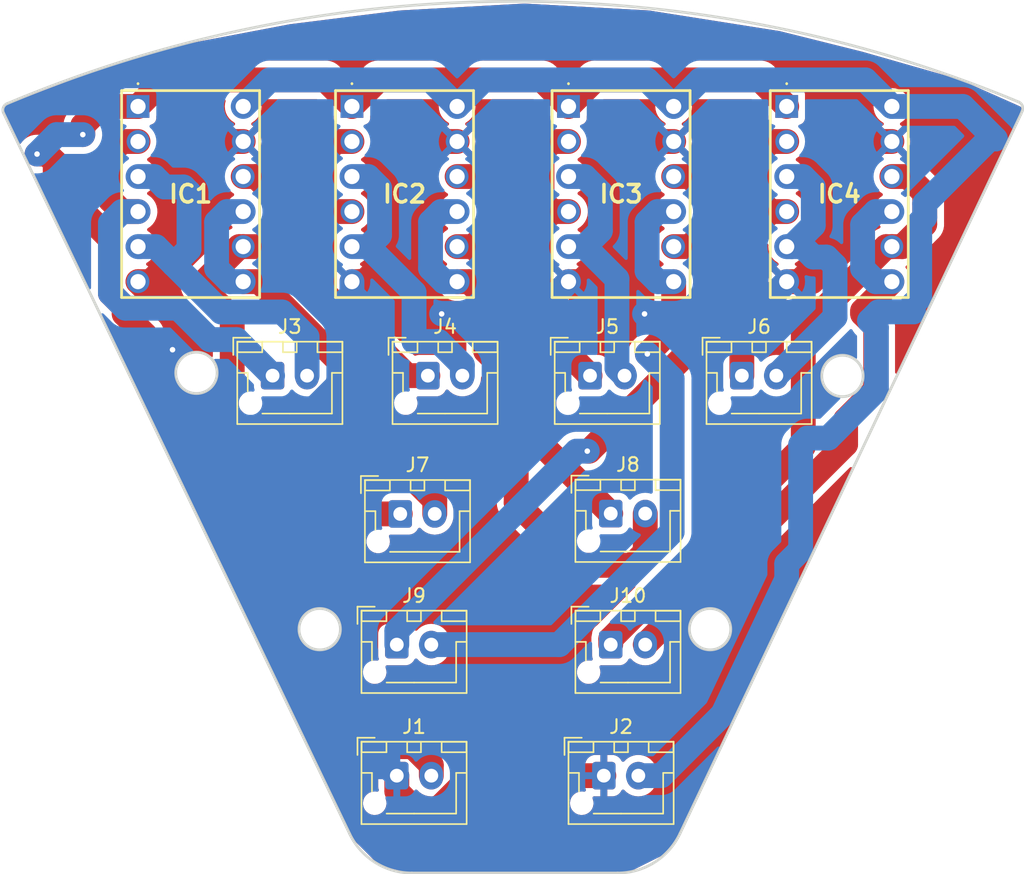
<source format=kicad_pcb>
(kicad_pcb (version 20221018) (generator pcbnew)
  (layers (0 "F.Cu" signal) (31 "B.Cu" signal) (34 "B.Paste" user) (35 "F.Paste" user) (36 "B.SilkS" user "B.Silkscreen") (37 "F.SilkS" user "F.Silkscreen") (38 "B.Mask" user) (39 "F.Mask" user) (44 "Edge.Cuts" user))
  (net 0 "")
  (net 1 "9V")
  (net 2 "M1_1")
  (net 3 "M1_2")
  (net 4 "GND")
  (net 5 "D3")
  (net 6 "D2")
  (net 7 "5V")
  (net 8 "M2_1")
  (net 9 "M2_2")
  (net 10 "D5")
  (net 11 "D4")
  (net 12 "M3_1")
  (net 13 "M3_2")
  (net 14 "D7")
  (net 15 "D6")
  (net 16 "M4_1")
  (net 17 "M4_2")
  (net 18 "D9")
  (net 19 "D8")
  (footprint "Connector_JST:JST_XH_B2B-XH-AM_1x02_P2.50mm_Vertical" (layer "F.Cu") (at 121.75 87.475)
    (fp_text reference "J8" (at 1.25 -3.55) (layer "F.SilkS"))
    (fp_text value "Conn_01x02_Socket")
    (pad "" np_thru_hole circle (at -1.6 2) (size 1.2 1.2) (drill 1.2) (layers "*.Cu" "*.Mask"))
    (pad "1" thru_hole roundrect (at 0 0) (size 1.7 2) (drill 1) (layers "*.Cu" "*.Mask") (roundrect_rratio 0.1470588235) (net 11 "D4"))
    (pad "2" thru_hole oval (at 2.5 0) (size 1.7 2) (drill 1) (layers "*.Cu" "*.Mask") (net 10 "D5"))
  )
  (footprint "AE-DRV8835-S:AEDRV8835S" (layer "F.Cu") (at 134.5 57.96)
    (fp_text reference "IC4" (at 3.81 6.35) (layer "F.SilkS") (effects (font (size 1.27 1.27) (thickness 0.254))))
    (fp_text value "AE-DRV8835-S" hide)
    (pad "1" thru_hole rect (at 0 0) (size 1.65 1.65) (drill 1.1) (layers "*.Cu" "*.Mask") (net 1 "9V"))
    (pad "2" thru_hole circle (at 0 2.54) (size 1.65 1.65) (drill 1.1) (layers "*.Cu" "*.Mask") (net 16 "M4_1"))
    (pad "3" thru_hole circle (at 0 5.08) (size 1.65 1.65) (drill 1.1) (layers "*.Cu" "*.Mask") (net 17 "M4_2"))
    (pad "4" thru_hole circle (at 0 7.62) (size 1.65 1.65) (drill 1.1) (layers "*.Cu" "*.Mask") (net 16 "M4_1"))
    (pad "5" thru_hole circle (at 0 10.16) (size 1.65 1.65) (drill 1.1) (layers "*.Cu" "*.Mask") (net 17 "M4_2"))
    (pad "6" thru_hole circle (at 0 12.7) (size 1.65 1.65) (drill 1.1) (layers "*.Cu" "*.Mask") (net 4 "GND"))
    (pad "7" thru_hole circle (at 7.62 12.7) (size 1.65 1.65) (drill 1.1) (layers "*.Cu" "*.Mask") (net 18 "D9"))
    (pad "8" thru_hole circle (at 7.62 10.16) (size 1.65 1.65) (drill 1.1) (layers "*.Cu" "*.Mask") (net 19 "D8"))
    (pad "9" thru_hole circle (at 7.62 7.62) (size 1.65 1.65) (drill 1.1) (layers "*.Cu" "*.Mask") (net 18 "D9"))
    (pad "10" thru_hole circle (at 7.62 5.08) (size 1.65 1.65) (drill 1.1) (layers "*.Cu" "*.Mask") (net 19 "D8"))
    (pad "11" thru_hole circle (at 7.62 2.54) (size 1.65 1.65) (drill 1.1) (layers "*.Cu" "*.Mask") (net 4 "GND"))
    (pad "12" thru_hole circle (at 7.62 0) (size 1.65 1.65) (drill 1.1) (layers "*.Cu" "*.Mask") (net 7 "5V"))
  )
  (footprint "Connector_JST:JST_XH_B2B-XH-AM_1x02_P2.50mm_Vertical" (layer "F.Cu") (at 106.25 96.975)
    (fp_text reference "J9" (at 1.25 -3.55) (layer "F.SilkS"))
    (fp_text value "Conn_01x02_Socket")
    (pad "" np_thru_hole circle (at -1.6 2) (size 1.2 1.2) (drill 1.2) (layers "*.Cu" "*.Mask"))
    (pad "1" thru_hole roundrect (at 0 0) (size 1.7 2) (drill 1) (layers "*.Cu" "*.Mask") (roundrect_rratio 0.1470588235) (net 15 "D6"))
    (pad "2" thru_hole oval (at 2.5 0) (size 1.7 2) (drill 1) (layers "*.Cu" "*.Mask") (net 14 "D7"))
  )
  (footprint "AE-DRV8835-S:AEDRV8835S" (layer "F.Cu") (at 87.5 57.96)
    (fp_text reference "IC1" (at 3.81 6.35) (layer "F.SilkS") (effects (font (size 1.27 1.27) (thickness 0.254))))
    (fp_text value "AE-DRV8835-S" hide)
    (pad "1" thru_hole rect (at 0 0) (size 1.65 1.65) (drill 1.1) (layers "*.Cu" "*.Mask") (net 1 "9V"))
    (pad "2" thru_hole circle (at 0 2.54) (size 1.65 1.65) (drill 1.1) (layers "*.Cu" "*.Mask") (net 2 "M1_1"))
    (pad "3" thru_hole circle (at 0 5.08) (size 1.65 1.65) (drill 1.1) (layers "*.Cu" "*.Mask") (net 3 "M1_2"))
    (pad "4" thru_hole circle (at 0 7.62) (size 1.65 1.65) (drill 1.1) (layers "*.Cu" "*.Mask") (net 2 "M1_1"))
    (pad "5" thru_hole circle (at 0 10.16) (size 1.65 1.65) (drill 1.1) (layers "*.Cu" "*.Mask") (net 3 "M1_2"))
    (pad "6" thru_hole circle (at 0 12.7) (size 1.65 1.65) (drill 1.1) (layers "*.Cu" "*.Mask") (net 4 "GND"))
    (pad "7" thru_hole circle (at 7.62 12.7) (size 1.65 1.65) (drill 1.1) (layers "*.Cu" "*.Mask") (net 5 "D3"))
    (pad "8" thru_hole circle (at 7.62 10.16) (size 1.65 1.65) (drill 1.1) (layers "*.Cu" "*.Mask") (net 6 "D2"))
    (pad "9" thru_hole circle (at 7.62 7.62) (size 1.65 1.65) (drill 1.1) (layers "*.Cu" "*.Mask") (net 5 "D3"))
    (pad "10" thru_hole circle (at 7.62 5.08) (size 1.65 1.65) (drill 1.1) (layers "*.Cu" "*.Mask") (net 6 "D2"))
    (pad "11" thru_hole circle (at 7.62 2.54) (size 1.65 1.65) (drill 1.1) (layers "*.Cu" "*.Mask") (net 4 "GND"))
    (pad "12" thru_hole circle (at 7.62 0) (size 1.65 1.65) (drill 1.1) (layers "*.Cu" "*.Mask") (net 7 "5V"))
  )
  (footprint "AE-DRV8835-S:AEDRV8835S" (layer "F.Cu") (at 103 57.96)
    (fp_text reference "IC2" (at 3.81 6.35) (layer "F.SilkS") (effects (font (size 1.27 1.27) (thickness 0.254))))
    (fp_text value "AE-DRV8835-S" hide)
    (pad "1" thru_hole rect (at 0 0) (size 1.65 1.65) (drill 1.1) (layers "*.Cu" "*.Mask") (net 1 "9V"))
    (pad "2" thru_hole circle (at 0 2.54) (size 1.65 1.65) (drill 1.1) (layers "*.Cu" "*.Mask") (net 8 "M2_1"))
    (pad "3" thru_hole circle (at 0 5.08) (size 1.65 1.65) (drill 1.1) (layers "*.Cu" "*.Mask") (net 9 "M2_2"))
    (pad "4" thru_hole circle (at 0 7.62) (size 1.65 1.65) (drill 1.1) (layers "*.Cu" "*.Mask") (net 8 "M2_1"))
    (pad "5" thru_hole circle (at 0 10.16) (size 1.65 1.65) (drill 1.1) (layers "*.Cu" "*.Mask") (net 9 "M2_2"))
    (pad "6" thru_hole circle (at 0 12.7) (size 1.65 1.65) (drill 1.1) (layers "*.Cu" "*.Mask") (net 4 "GND"))
    (pad "7" thru_hole circle (at 7.62 12.7) (size 1.65 1.65) (drill 1.1) (layers "*.Cu" "*.Mask") (net 10 "D5"))
    (pad "8" thru_hole circle (at 7.62 10.16) (size 1.65 1.65) (drill 1.1) (layers "*.Cu" "*.Mask") (net 11 "D4"))
    (pad "9" thru_hole circle (at 7.62 7.62) (size 1.65 1.65) (drill 1.1) (layers "*.Cu" "*.Mask") (net 10 "D5"))
    (pad "10" thru_hole circle (at 7.62 5.08) (size 1.65 1.65) (drill 1.1) (layers "*.Cu" "*.Mask") (net 11 "D4"))
    (pad "11" thru_hole circle (at 7.62 2.54) (size 1.65 1.65) (drill 1.1) (layers "*.Cu" "*.Mask") (net 4 "GND"))
    (pad "12" thru_hole circle (at 7.62 0) (size 1.65 1.65) (drill 1.1) (layers "*.Cu" "*.Mask") (net 7 "5V"))
  )
  (footprint "Connector_JST:JST_XH_B2B-XH-AM_1x02_P2.50mm_Vertical" (layer "F.Cu") (at 108.5 77.475)
    (fp_text reference "J4" (at 1.25 -3.55) (layer "F.SilkS"))
    (fp_text value "Conn_01x02_Socket")
    (pad "" np_thru_hole circle (at -1.6 2) (size 1.2 1.2) (drill 1.2) (layers "*.Cu" "*.Mask"))
    (pad "1" thru_hole roundrect (at 0 0) (size 1.7 2) (drill 1) (layers "*.Cu" "*.Mask") (roundrect_rratio 0.1470588235) (net 8 "M2_1"))
    (pad "2" thru_hole oval (at 2.5 0) (size 1.7 2) (drill 1) (layers "*.Cu" "*.Mask") (net 9 "M2_2"))
  )
  (footprint "Connector_JST:JST_XH_B2B-XH-AM_1x02_P2.50mm_Vertical" (layer "F.Cu") (at 97.25 77.475)
    (fp_text reference "J3" (at 1.25 -3.55) (layer "F.SilkS"))
    (fp_text value "Conn_01x02_Socket")
    (pad "" np_thru_hole circle (at -1.6 2) (size 1.2 1.2) (drill 1.2) (layers "*.Cu" "*.Mask"))
    (pad "1" thru_hole roundrect (at 0 0) (size 1.7 2) (drill 1) (layers "*.Cu" "*.Mask") (roundrect_rratio 0.1470588235) (net 2 "M1_1"))
    (pad "2" thru_hole oval (at 2.5 0) (size 1.7 2) (drill 1) (layers "*.Cu" "*.Mask") (net 3 "M1_2"))
  )
  (footprint "Connector_JST:JST_XH_B2B-XH-AM_1x02_P2.50mm_Vertical" (layer "F.Cu") (at 131.25 77.475)
    (fp_text reference "J6" (at 1.25 -3.55) (layer "F.SilkS"))
    (fp_text value "Conn_01x02_Socket")
    (pad "" np_thru_hole circle (at -1.6 2) (size 1.2 1.2) (drill 1.2) (layers "*.Cu" "*.Mask"))
    (pad "1" thru_hole roundrect (at 0 0) (size 1.7 2) (drill 1) (layers "*.Cu" "*.Mask") (roundrect_rratio 0.1470588235) (net 16 "M4_1"))
    (pad "2" thru_hole oval (at 2.5 0) (size 1.7 2) (drill 1) (layers "*.Cu" "*.Mask") (net 17 "M4_2"))
  )
  (footprint "Connector_JST:JST_XH_B2B-XH-AM_1x02_P2.50mm_Vertical" (layer "F.Cu") (at 106.5 87.5)
    (fp_text reference "J7" (at 1.25 -3.55) (layer "F.SilkS"))
    (fp_text value "Conn_01x02_Socket")
    (pad "" np_thru_hole circle (at -1.6 2) (size 1.2 1.2) (drill 1.2) (layers "*.Cu" "*.Mask"))
    (pad "1" thru_hole roundrect (at 0 0) (size 1.7 2) (drill 1) (layers "*.Cu" "*.Mask") (roundrect_rratio 0.1470588235) (net 6 "D2"))
    (pad "2" thru_hole oval (at 2.5 0) (size 1.7 2) (drill 1) (layers "*.Cu" "*.Mask") (net 5 "D3"))
  )
  (footprint "Connector_JST:JST_XH_B2B-XH-AM_1x02_P2.50mm_Vertical" (layer "F.Cu") (at 106.25 106.475)
    (fp_text reference "J1" (at 1.25 -3.55) (layer "F.SilkS"))
    (fp_text value "Conn_01x02_Socket")
    (pad "" np_thru_hole circle (at -1.6 2) (size 1.2 1.2) (drill 1.2) (layers "*.Cu" "*.Mask"))
    (pad "1" thru_hole roundrect (at 0 0) (size 1.7 2) (drill 1) (layers "*.Cu" "*.Mask") (roundrect_rratio 0.1470588235) (net 4 "GND"))
    (pad "2" thru_hole oval (at 2.5 0) (size 1.7 2) (drill 1) (layers "*.Cu" "*.Mask") (net 1 "9V"))
  )
  (footprint "Connector_JST:JST_XH_B2B-XH-AM_1x02_P2.50mm_Vertical" (layer "F.Cu") (at 120.25 77.475)
    (fp_text reference "J5" (at 1.25 -3.55) (layer "F.SilkS"))
    (fp_text value "Conn_01x02_Socket")
    (pad "" np_thru_hole circle (at -1.6 2) (size 1.2 1.2) (drill 1.2) (layers "*.Cu" "*.Mask"))
    (pad "1" thru_hole roundrect (at 0 0) (size 1.7 2) (drill 1) (layers "*.Cu" "*.Mask") (roundrect_rratio 0.1470588235) (net 12 "M3_1"))
    (pad "2" thru_hole oval (at 2.5 0) (size 1.7 2) (drill 1) (layers "*.Cu" "*.Mask") (net 13 "M3_2"))
  )
  (footprint "Connector_JST:JST_XH_B2B-XH-AM_1x02_P2.50mm_Vertical" (layer "F.Cu") (at 121.25 106.475)
    (fp_text reference "J2" (at 1.25 -3.55) (layer "F.SilkS"))
    (fp_text value "Conn_01x02_Socket")
    (pad "" np_thru_hole circle (at -1.6 2) (size 1.2 1.2) (drill 1.2) (layers "*.Cu" "*.Mask"))
    (pad "1" thru_hole roundrect (at 0 0) (size 1.7 2) (drill 1) (layers "*.Cu" "*.Mask") (roundrect_rratio 0.1470588235) (net 4 "GND"))
    (pad "2" thru_hole oval (at 2.5 0) (size 1.7 2) (drill 1) (layers "*.Cu" "*.Mask") (net 7 "5V"))
  )
  (footprint "Connector_JST:JST_XH_B2B-XH-AM_1x02_P2.50mm_Vertical" (layer "F.Cu") (at 121.75 96.975)
    (fp_text reference "J10" (at 1.25 -3.55) (layer "F.SilkS"))
    (fp_text value "Conn_01x02_Socket")
    (pad "" np_thru_hole circle (at -1.6 2) (size 1.2 1.2) (drill 1.2) (layers "*.Cu" "*.Mask"))
    (pad "1" thru_hole roundrect (at 0 0) (size 1.7 2) (drill 1) (layers "*.Cu" "*.Mask") (roundrect_rratio 0.1470588235) (net 19 "D8"))
    (pad "2" thru_hole oval (at 2.5 0) (size 1.7 2) (drill 1) (layers "*.Cu" "*.Mask") (net 18 "D9"))
  )
  (footprint "AE-DRV8835-S:AEDRV8835S" (layer "F.Cu") (at 118.69 57.96)
    (fp_text reference "IC3" (at 3.81 6.35) (layer "F.SilkS") (effects (font (size 1.27 1.27) (thickness 0.254))))
    (fp_text value "AE-DRV8835-S" hide)
    (pad "1" thru_hole rect (at 0 0) (size 1.65 1.65) (drill 1.1) (layers "*.Cu" "*.Mask") (net 1 "9V"))
    (pad "2" thru_hole circle (at 0 2.54) (size 1.65 1.65) (drill 1.1) (layers "*.Cu" "*.Mask") (net 12 "M3_1"))
    (pad "3" thru_hole circle (at 0 5.08) (size 1.65 1.65) (drill 1.1) (layers "*.Cu" "*.Mask") (net 13 "M3_2"))
    (pad "4" thru_hole circle (at 0 7.62) (size 1.65 1.65) (drill 1.1) (layers "*.Cu" "*.Mask") (net 12 "M3_1"))
    (pad "5" thru_hole circle (at 0 10.16) (size 1.65 1.65) (drill 1.1) (layers "*.Cu" "*.Mask") (net 13 "M3_2"))
    (pad "6" thru_hole circle (at 0 12.7) (size 1.65 1.65) (drill 1.1) (layers "*.Cu" "*.Mask") (net 4 "GND"))
    (pad "7" thru_hole circle (at 7.62 12.7) (size 1.65 1.65) (drill 1.1) (layers "*.Cu" "*.Mask") (net 14 "D7"))
    (pad "8" thru_hole circle (at 7.62 10.16) (size 1.65 1.65) (drill 1.1) (layers "*.Cu" "*.Mask") (net 15 "D6"))
    (pad "9" thru_hole circle (at 7.62 7.62) (size 1.65 1.65) (drill 1.1) (layers "*.Cu" "*.Mask") (net 14 "D7"))
    (pad "10" thru_hole circle (at 7.62 5.08) (size 1.65 1.65) (drill 1.1) (layers "*.Cu" "*.Mask") (net 15 "D6"))
    (pad "11" thru_hole circle (at 7.62 2.54) (size 1.65 1.65) (drill 1.1) (layers "*.Cu" "*.Mask") (net 4 "GND"))
    (pad "12" thru_hole circle (at 7.62 0) (size 1.65 1.65) (drill 1.1) (layers "*.Cu" "*.Mask") (net 7 "5V"))
  )
  (gr_arc (start 78.01305 57.755383) (mid 114.643494 50.34257) (end 151.298984 57.63052) (stroke (width 0.2)) (layer "Edge.Cuts"))
  (gr_arc (start 126.766462 110.674111) (mid 124.921518 112.758838) (end 122.247702 113.533828) (stroke (width 0.2)) (layer "Edge.Cuts"))
  (gr_arc (start 107.345232 113.533828) (mid 104.682188 112.765635) (end 102.837436 110.697106) (stroke (width 0.2)) (layer "Edge.Cuts"))
  (gr_circle (center 91.732216 77.270036) (end 90.671555 78.330696) (stroke (width 0.2)) (fill none) (layer "Edge.Cuts"))
  (gr_line (start 107.345232 113.533828) (end 122.247702 113.533828) (stroke (width 0.2)) (layer "Edge.Cuts"))
  (gr_line (start 151.469863 58.518035) (end 151.567558 58.286654) (stroke (width 0.2)) (layer "Edge.Cuts"))
  (gr_circle (center 100.663236 95.856158) (end 99.602576 96.916818) (stroke (width 0.2)) (fill none) (layer "Edge.Cuts"))
  (gr_line (start 77.755892 58.4327) (end 102.837436 110.697106) (stroke (width 0.2)) (layer "Edge.Cuts"))
  (gr_line (start 126.766462 110.674111) (end 151.469863 58.518035) (stroke (width 0.2)) (layer "Edge.Cuts"))
  (gr_arc (start 77.755892 58.4327) (mid 77.739229 58.038897) (end 78.01305 57.755383) (stroke (width 0.2)) (layer "Edge.Cuts"))
  (gr_circle (center 138.539925 77.497773) (end 137.479264 78.558433) (stroke (width 0.2)) (fill none) (layer "Edge.Cuts"))
  (gr_circle (center 128.947508 95.856158) (end 127.886848 96.916818) (stroke (width 0.2)) (fill none) (layer "Edge.Cuts"))
  (gr_arc (start 151.298984 57.63052) (mid 151.56967 57.902755) (end 151.567558 58.286654) (stroke (width 0.2)) (layer "Edge.Cuts"))
  (segment (start 89.425 56.035) (end 101.075 56.035) (width 1.8) (layer "F.Cu") (net 1))
  (segment (start 80.911786 61.411786) (end 81.5 62) (width 1.8) (layer "F.Cu") (net 1))
  (segment (start 88 77.5) (end 103.071848 92.571848) (width 1.8) (layer "F.Cu") (net 1))
  (segment (start 83.5 59.335) (end 83.5 60) (width 1.8) (layer "F.Cu") (net 1))
  (segment (start 120.615 56.035) (end 132.575 56.035) (width 1.8) (layer "F.Cu") (net 1))
  (segment (start 101.075 56.035) (end 103 57.96) (width 1.8) (layer "F.Cu") (net 1))
  (segment (start 86.5 73) (end 88 74.5) (width 1.8) (layer "F.Cu") (net 1))
  (segment (start 81.5 62) (end 81.5 63.575154) (width 1.8) (layer "F.Cu") (net 1))
  (segment (start 132.575 56.035) (end 134.5 57.96) (width 1.8) (layer "F.Cu") (net 1))
  (segment (start 80.183818 61.411786) (end 80.911786 61.411786) (width 1.8) (layer "F.Cu") (net 1))
  (segment (start 103 57.96) (end 104.925 56.035) (width 1.8) (layer "F.Cu") (net 1))
  (segment (start 118.69 57.96) (end 120.615 56.035) (width 1.8) (layer "F.Cu") (net 1))
  (segment (start 85.5 71.5) (end 86.5 72.5) (width 1.8) (layer "F.Cu") (net 1))
  (segment (start 105.629185 104.375) (end 107.416116 104.375) (width 1.8) (layer "F.Cu") (net 1))
  (segment (start 84.875 57.96) (end 84.206283 58.628717) (width 1.8) (layer "F.Cu") (net 1))
  (segment (start 116.765 56.035) (end 118.69 57.96) (width 1.8) (layer "F.Cu") (net 1))
  (segment (start 102.5 101.245815) (end 105.629185 104.375) (width 1.8) (layer "F.Cu") (net 1))
  (segment (start 81.5 63.575154) (end 85.5 67.575154) (width 1.8) (layer "F.Cu") (net 1))
  (segment (start 88 74.5) (end 88 77.5) (width 1.8) (layer "F.Cu") (net 1))
  (segment (start 87.5 57.96) (end 84.875 57.96) (width 1.8) (layer "F.Cu") (net 1))
  (segment (start 104.925 56.035) (end 116.765 56.035) (width 1.8) (layer "F.Cu") (net 1))
  (segment (start 103.071848 92.571848) (end 103.071848 98.078278) (width 1.8) (layer "F.Cu") (net 1))
  (segment (start 107.416116 104.375) (end 108.75 105.708884) (width 1.8) (layer "F.Cu") (net 1))
  (segment (start 102.5 98.650126) (end 102.5 101.245815) (width 1.8) (layer "F.Cu") (net 1))
  (segment (start 86.5 72.5) (end 86.5 73) (width 1.8) (layer "F.Cu") (net 1))
  (segment (start 84.206283 58.628717) (end 83.5 59.335) (width 1.8) (layer "F.Cu") (net 1))
  (segment (start 87.5 57.96) (end 89.425 56.035) (width 1.8) (layer "F.Cu") (net 1))
  (segment (start 85.5 67.575154) (end 85.5 71.5) (width 1.8) (layer "F.Cu") (net 1))
  (segment (start 103.071848 98.078278) (end 102.5 98.650126) (width 1.8) (layer "F.Cu") (net 1))
  (segment (start 108.75 105.708884) (end 108.75 106.475) (width 1.8) (layer "F.Cu") (net 1))
  (via (at 80.183818 61.411786) (size 0.8) (drill 0.4) (layers "F.Cu" "B.Cu") (net 1))
  (via (at 83.5 60) (size 0.8) (drill 0.4) (layers "F.Cu" "B.Cu") (net 1))
  (segment (start 81.595604 60) (end 80.183818 61.411786) (width 1.8) (layer "B.Cu") (net 1))
  (segment (start 83.5 60) (end 81.595604 60) (width 1.8) (layer "B.Cu") (net 1))
  (segment (start 86.333274 65.58) (end 87.5 65.58) (width 1.8) (layer "F.Cu") (net 2))
  (segment (start 85.5 61.333274) (end 85.5 64.746726) (width 1.8) (layer "F.Cu") (net 2))
  (segment (start 86.333274 60.5) (end 85.5 61.333274) (width 1.8) (layer "F.Cu") (net 2))
  (segment (start 87.5 60.5) (end 86.333274 60.5) (width 1.8) (layer "F.Cu") (net 2))
  (segment (start 85.5 64.746726) (end 86.333274 65.58) (width 1.8) (layer "F.Cu") (net 2))
  (segment (start 85.5 71.5) (end 86.585 72.585) (width 1.8) (layer "B.Cu") (net 2))
  (segment (start 87.5 65.58) (end 86.333274 65.58) (width 1.8) (layer "B.Cu") (net 2))
  (segment (start 86.333274 65.58) (end 85.5 66.413274) (width 1.8) (layer "B.Cu") (net 2))
  (segment (start 86.585 72.585) (end 90.428144 72.585) (width 1.8) (layer "B.Cu") (net 2))
  (segment (start 92.704567 74.861423) (end 94.636423 74.861423) (width 1.8) (layer "B.Cu") (net 2))
  (segment (start 90.428144 72.585) (end 92.704567 74.861423) (width 1.8) (layer "B.Cu") (net 2))
  (segment (start 85.5 66.413274) (end 85.5 71.5) (width 1.8) (layer "B.Cu") (net 2))
  (segment (start 94.636423 74.861423) (end 97.25 77.475) (width 1.8) (layer "B.Cu") (net 2))
  (segment (start 87.5 68.12) (end 88.791572 68.12) (width 1.8) (layer "B.Cu") (net 3))
  (segment (start 90.798274 63.798274) (end 91.195 64.195) (width 1.8) (layer "B.Cu") (net 3))
  (segment (start 91.195 68.305) (end 90.085786 69.414214) (width 1.8) (layer "B.Cu") (net 3))
  (segment (start 93.532995 72.861423) (end 97.936423 72.861423) (width 1.8) (layer "B.Cu") (net 3))
  (segment (start 90.085786 69.414214) (end 93.532995 72.861423) (width 1.8) (layer "B.Cu") (net 3))
  (segment (start 87.682362 68.12) (end 87.5 68.12) (width 1.8) (layer "B.Cu") (net 3))
  (segment (start 88.791572 68.12) (end 90.085786 69.414214) (width 1.8) (layer "B.Cu") (net 3))
  (segment (start 87.5 63.04) (end 88.666726 63.04) (width 1.8) (layer "B.Cu") (net 3))
  (segment (start 91.195 64.195) (end 91.195 68.305) (width 1.8) (layer "B.Cu") (net 3))
  (segment (start 99.75 74.675) (end 99.75 77.475) (width 1.8) (layer "B.Cu") (net 3))
  (segment (start 89.425 63.798274) (end 90.798274 63.798274) (width 1.8) (layer "B.Cu") (net 3))
  (segment (start 97.936423 72.861423) (end 99.75 74.675) (width 1.8) (layer "B.Cu") (net 3))
  (segment (start 88.666726 63.04) (end 89.425 63.798274) (width 1.8) (layer "B.Cu") (net 3))
  (segment (start 109.5 73) (end 105.84 73) (width 1.8) (layer "F.Cu") (net 4))
  (segment (start 94 60.5) (end 91 63.5) (width 1.8) (layer "F.Cu") (net 4))
  (segment (start 138.5 62.5) (end 138.5 68.5) (width 1.8) (layer "F.Cu") (net 4))
  (segment (start 89 72.16) (end 87.5 70.66) (width 1.8) (layer "F.Cu") (net 4))
  (segment (start 91 63.5) (end 91 68.5) (width 1.8) (layer "F.Cu") (net 4))
  (segment (start 107.549874 108.9) (end 106.25 107.600126) (width 1.8) (layer "F.Cu") (net 4))
  (segment (start 91 74) (end 90 75) (width 1.8) (layer "F.Cu") (net 4))
  (segment (start 90 75) (end 90 75.598037) (width 1.8) (layer "F.Cu") (net 4))
  (segment (start 91 68.5) (end 88.84 70.66) (width 1.8) (layer "F.Cu") (net 4))
  (segment (start 106.5 69) (end 104.84 70.66) (width 1.8) (layer "F.Cu") (net 4))
  (segment (start 95.12 60.5) (end 94 60.5) (width 1.8) (layer "F.Cu") (net 4))
  (segment (start 105.84 73) (end 103.5 70.66) (width 1.8) (layer "F.Cu") (net 4))
  (segment (start 104.84 70.66) (end 103.5 70.66) (width 1.8) (layer "F.Cu") (net 4))
  (segment (start 111.657716 106.475) (end 109.232716 108.9) (width 1.8) (layer "F.Cu") (net 4))
  (segment (start 89 72.16) (end 89.16 72.16) (width 1.8) (layer "F.Cu") (net 4))
  (segment (start 124.2 73) (end 121.03 73) (width 1.8) (layer "F.Cu") (net 4))
  (segment (start 126.31 60.5) (end 125.143274 60.5) (width 1.8) (layer "F.Cu") (net 4))
  (segment (start 106.25 107.600126) (end 106.25 106.475) (width 1.8) (layer "F.Cu") (net 4))
  (segment (start 138.5 68.5) (end 136.34 70.66) (width 1.8) (layer "F.Cu") (net 4))
  (segment (start 106.5 63.453274) (end 106.5 69) (width 1.8) (layer "F.Cu") (net 4))
  (segment (start 88.84 70.66) (end 87.5 70.66) (width 1.8) (layer "F.Cu") (net 4))
  (segment (start 122.5 69) (end 120.84 70.66) (width 1.8) (layer "F.Cu") (net 4))
  (segment (start 122.5 63.143274) (end 122.5 69) (width 1.8) (layer "F.Cu") (net 4))
  (segment (start 109.232716 108.9) (end 107.549874 108.9) (width 1.8) (layer "F.Cu") (net 4))
  (segment (start 125.143274 60.5) (end 122.5 63.143274) (width 1.8) (layer "F.Cu") (net 4))
  (segment (start 121.25 106.475) (end 111.657716 106.475) (width 1.8) (layer "F.Cu") (net 4))
  (segment (start 110.62 60.5) (end 109.453274 60.5) (width 1.8) (layer "F.Cu") (net 4))
  (segment (start 109.453274 60.5) (end 106.5 63.453274) (width 1.8) (layer "F.Cu") (net 4))
  (segment (start 136.34 70.66) (end 134.5 70.66) (width 1.8) (layer "F.Cu") (net 4))
  (segment (start 142.12 60.5) (end 140.5 60.5) (width 1.8) (layer "F.Cu") (net 4))
  (segment (start 89.16 72.16) (end 91 74) (width 1.8) (layer "F.Cu") (net 4))
  (segment (start 121.03 73) (end 118.69 70.66) (width 1.8) (layer "F.Cu") (net 4))
  (segment (start 103.5 70.66) (end 103 70.66) (width 1.8) (layer "F.Cu") (net 4))
  (segment (start 140.5 60.5) (end 138.5 62.5) (width 1.8) (layer "F.Cu") (net 4))
  (segment (start 118.69 70.66) (end 120.84 70.66) (width 1.8) (layer "F.Cu") (net 4))
  (via (at 90 75.598037) (size 0.8) (drill 0.4) (layers "F.Cu" "B.Cu") (net 4))
  (via (at 109.5 73) (size 0.8) (drill 0.4) (layers "F.Cu" "B.Cu") (net 4))
  (via (at 124.2 73) (size 0.8) (drill 0.4) (layers "F.Cu" "B.Cu") (net 4))
  (segment (start 103 70.66) (end 103 77.132716) (width 1.8) (layer "B.Cu") (net 4))
  (segment (start 93.5 81.225) (end 98 85.725) (width 1.8) (layer "B.Cu") (net 4))
  (segment (start 89 77.568079) (end 89.447539 78.015618) (width 1.8) (layer "B.Cu") (net 4))
  (segment (start 99.132716 81) (end 98 81) (width 1.8) (layer "B.Cu") (net 4))
  (segment (start 93.5 81.225) (end 91.725 81.225) (width 1.8) (layer "B.Cu") (net 4))
  (segment (start 116.35 73) (end 109.5 73) (width 1.8) (layer "B.Cu") (net 4))
  (segment (start 89 76.598037) (end 89 77.568079) (width 1.8) (layer "B.Cu") (net 4))
  (segment (start 89.447539 78.397214) (end 90.27809 79.227765) (width 1.8) (layer "B.Cu") (net 4))
  (segment (start 98 85.725) (end 98 98.225) (width 1.8) (layer "B.Cu") (net 4))
  (segment (start 132.16 73) (end 124.2 73) (width 1.8) (layer "B.Cu") (net 4))
  (segment (start 103 77.132716) (end 99.132716 81) (width 1.8) (layer "B.Cu") (net 4))
  (segment (start 90.27809 79.77809) (end 91.725 81.225) (width 1.8) (layer "B.Cu") (net 4))
  (segment (start 118.69 70.66) (end 116.35 73) (width 1.8) (layer "B.Cu") (net 4))
  (segment (start 89.447539 78.015618) (end 89.447539 78.397214) (width 1.8) (layer "B.Cu") (net 4))
  (segment (start 90.27809 79.227765) (end 90.27809 79.77809) (width 1.8) (layer "B.Cu") (net 4))
  (segment (start 98 81) (end 97.775 81.225) (width 1.8) (layer "B.Cu") (net 4))
  (segment (start 98 98.225) (end 106.25 106.475) (width 1.8) (layer "B.Cu") (net 4))
  (segment (start 134.5 70.66) (end 132.16 73) (width 1.8) (layer "B.Cu") (net 4))
  (segment (start 97.775 81.225) (end 93.5 81.225) (width 1.8) (layer "B.Cu") (net 4))
  (segment (start 90 75.598037) (end 89 76.598037) (width 1.8) (layer "B.Cu") (net 4))
  (segment (start 95.12 70.66) (end 96.286726 70.66) (width 1.8) (layer "F.Cu") (net 5))
  (segment (start 105.15 79.523274) (end 105.15 82.65) (width 1.8) (layer "F.Cu") (net 5))
  (segment (start 105.15 82.65) (end 109 86.5) (width 1.8) (layer "F.Cu") (net 5))
  (segment (start 96.286726 70.66) (end 105.15 79.523274) (width 1.8) (layer "F.Cu") (net 5))
  (segment (start 109 86.5) (end 109 87.5) (width 1.8) (layer "F.Cu") (net 5))
  (segment (start 95.12 65.58) (end 93.953274 65.58) (width 1.8) (layer "B.Cu") (net 5))
  (segment (start 94.16 70.66) (end 95.12 70.66) (width 1.8) (layer "B.Cu") (net 5))
  (segment (start 93.953274 65.58) (end 93.195 66.338274) (width 1.8) (layer "B.Cu") (net 5))
  (segment (start 93.195 69.695) (end 94.16 70.66) (width 1.8) (layer "B.Cu") (net 5))
  (segment (start 93.195 66.338274) (end 93.195 69.695) (width 1.8) (layer "B.Cu") (net 5))
  (segment (start 96.04 63.04) (end 98 65) (width 1.8) (layer "F.Cu") (net 6))
  (segment (start 94.325063 78.325063) (end 93.9 78.750126) (width 1.8) (layer "F.Cu") (net 6))
  (segment (start 101.200126 87.5) (end 106.5 87.5) (width 1.8) (layer "F.Cu") (net 6))
  (segment (start 94.325063 73.276636) (end 94.325063 78.325063) (width 1.8) (layer "F.Cu") (net 6))
  (segment (start 95.12 63.04) (end 96.04 63.04) (width 1.8) (layer "F.Cu") (net 6))
  (segment (start 96.88 68.12) (end 95.12 68.12) (width 1.8) (layer "F.Cu") (net 6))
  (segment (start 93.9 78.750126) (end 93.9 80.199874) (width 1.8) (layer "F.Cu") (net 6))
  (segment (start 92 70.951573) (end 94.325063 73.276636) (width 1.8) (layer "F.Cu") (net 6))
  (segment (start 94.831573 68.12) (end 92 70.951573) (width 1.8) (layer "F.Cu") (net 6))
  (segment (start 98 67) (end 96.88 68.12) (width 1.8) (layer "F.Cu") (net 6))
  (segment (start 93.9 80.199874) (end 101.200126 87.5) (width 1.8) (layer "F.Cu") (net 6))
  (segment (start 95.12 68.12) (end 94.831573 68.12) (width 1.8) (layer "F.Cu") (net 6))
  (segment (start 98 65) (end 98 67) (width 1.8) (layer "F.Cu") (net 6))
  (segment (start 144.137102 66.362898) (end 144.137102 71.814068) (width 1.8) (layer "B.Cu") (net 7))
  (segment (start 110.62 57.96) (end 108.695 56.035) (width 1.8) (layer "B.Cu") (net 7))
  (segment (start 136 82) (end 135.51049 82.48951) (width 1.8) (layer "B.Cu") (net 7))
  (segment (start 135.51049 90.110393) (end 134.5 91.120883) (width 1.8) (layer "B.Cu") (net 7))
  (segment (start 129.870625 102.017791) (end 125.413416 106.475) (width 1.8) (layer "B.Cu") (net 7))
  (segment (start 149.620423 60.320216) (end 149.179784 60.320216) (width 1.8) (layer "B.Cu") (net 7))
  (segment (start 137.520439 82) (end 136 82) (width 1.8) (layer "B.Cu") (net 7))
  (segment (start 144.5 65) (end 144.5 66) (width 1.8) (layer "B.Cu") (net 7))
  (segment (start 144.137102 71.814068) (end 143.685317 72.265853) (width 1.8) (layer "B.Cu") (net 7))
  (segment (start 128.235 56.035) (end 126.31 57.96) (width 1.8) (layer "B.Cu") (net 7))
  (segment (start 134.5 92.243833) (end 129.870625 102.017791) (width 1.8) (layer "B.Cu") (net 7))
  (segment (start 125.413416 106.475) (end 123.75 106.475) (width 1.8) (layer "B.Cu") (net 7))
  (segment (start 135.51049 82.48951) (end 135.51049 90.110393) (width 1.8) (layer "B.Cu") (net 7))
  (segment (start 108.695 56.035) (end 97.045 56.035) (width 1.8) (layer "B.Cu") (net 7))
  (segment (start 141.149048 72.850952) (end 140.5 73.5) (width 1.8) (layer "B.Cu") (net 7))
  (segment (start 110.62 57.96) (end 112.545 56.035) (width 1.8) (layer "B.Cu") (net 7))
  (segment (start 141 74) (end 141 78.520439) (width 1.8) (layer "B.Cu") (net 7))
  (segment (start 142.12 57.96) (end 147.260207 57.96) (width 1.8) (layer "B.Cu") (net 7))
  (segment (start 97.045 56.035) (end 95.12 57.96) (width 1.8) (layer "B.Cu") (net 7))
  (segment (start 143.685317 72.850952) (end 141.149048 72.850952) (width 1.8) (layer "B.Cu") (net 7))
  (segment (start 147.260207 57.96) (end 149.620423 60.320216) (width 1.8) (layer "B.Cu") (net 7))
  (segment (start 112.545 56.035) (end 124.385 56.035) (width 1.8) (layer "B.Cu") (net 7))
  (segment (start 144.5 66) (end 144.137102 66.362898) (width 1.8) (layer "B.Cu") (net 7))
  (segment (start 143.685317 72.265853) (end 143.685317 72.850952) (width 1.8) (layer "B.Cu") (net 7))
  (segment (start 124.385 56.035) (end 126.31 57.96) (width 1.8) (layer "B.Cu") (net 7))
  (segment (start 134.5 91.120883) (end 134.5 92.243833) (width 1.8) (layer "B.Cu") (net 7))
  (segment (start 140.195 56.035) (end 128.235 56.035) (width 1.8) (layer "B.Cu") (net 7))
  (segment (start 149.179784 60.320216) (end 144.5 65) (width 1.8) (layer "B.Cu") (net 7))
  (segment (start 142.12 57.96) (end 140.195 56.035) (width 1.8) (layer "B.Cu") (net 7))
  (segment (start 141 78.520439) (end 137.520439 82) (width 1.8) (layer "B.Cu") (net 7))
  (segment (start 140.5 73.5) (end 141 74) (width 1.8) (layer "B.Cu") (net 7))
  (segment (start 103 60.5) (end 101.833274 60.5) (width 1.8) (layer "F.Cu") (net 8))
  (segment (start 101 65.5) (end 101.08 65.58) (width 1.8) (layer "F.Cu") (net 8))
  (segment (start 101 71.488427) (end 106.986573 77.475) (width 1.8) (layer "F.Cu") (net 8))
  (segment (start 101.08 65.58) (end 101 65.66) (width 1.8) (layer "F.Cu") (net 8))
  (segment (start 101.833274 60.5) (end 101 61.333274) (width 1.8) (layer "F.Cu") (net 8))
  (segment (start 101 65.66) (end 101 71.488427) (width 1.8) (layer "F.Cu") (net 8))
  (segment (start 101.08 65.58) (end 103 65.58) (width 1.8) (layer "F.Cu") (net 8))
  (segment (start 101 61.333274) (end 101 65.5) (width 1.8) (layer "F.Cu") (net 8))
  (segment (start 106.986573 77.475) (end 108.5 77.475) (width 1.8) (layer "F.Cu") (net 8))
  (segment (start 107.5 75) (end 109.291116 75) (width 1.8) (layer "B.Cu") (net 9))
  (segment (start 109.291116 75) (end 111 76.708884) (width 1.8) (layer "B.Cu") (net 9))
  (segment (start 105 63.873274) (end 105 67.286726) (width 1.8) (layer "B.Cu") (net 9))
  (segment (start 104.166726 68.12) (end 103 68.12) (width 1.8) (layer "B.Cu") (net 9))
  (segment (start 105 67.286726) (end 104.166726 68.12) (width 1.8) (layer "B.Cu") (net 9))
  (segment (start 111 76.708884) (end 111 77.475) (width 1.8) (layer "B.Cu") (net 9))
  (segment (start 104.166726 63.04) (end 105 63.873274) (width 1.8) (layer "B.Cu") (net 9))
  (segment (start 103 63.04) (end 104.166726 63.04) (width 1.8) (layer "B.Cu") (net 9))
  (segment (start 104.166726 68.12) (end 107.5 71.453274) (width 1.8) (layer "B.Cu") (net 9))
  (segment (start 107.5 71.453274) (end 107.5 75) (width 1.8) (layer "B.Cu") (net 9))
  (segment (start 114.9 86.699874) (end 119.425126 91.225) (width 1.8) (layer "F.Cu") (net 10))
  (segment (start 111.498298 70.66) (end 112.69 71.851702) (width 1.8) (layer "F.Cu") (net 10))
  (segment (start 112.69 71.851702) (end 112.69 75.69) (width 1.8) (layer "F.Cu") (net 10))
  (segment (start 123.3 91.225) (end 124.25 90.275) (width 1.8) (layer "F.Cu") (net 10))
  (segment (start 124.25 90.275) (end 124.25 87.475) (width 1.8) (layer "F.Cu") (net 10))
  (segment (start 114.9 77.9) (end 114.9 86.699874) (width 1.8) (layer "F.Cu") (net 10))
  (segment (start 112.69 75.69) (end 114.9 77.9) (width 1.8) (layer "F.Cu") (net 10))
  (segment (start 110.62 70.66) (end 111.498298 70.66) (width 1.8) (layer "F.Cu") (net 10))
  (segment (start 119.425126 91.225) (end 123.3 91.225) (width 1.8) (layer "F.Cu") (net 10))
  (segment (start 108.695 66.338274) (end 108.695 69.695) (width 1.8) (layer "B.Cu") (net 10))
  (segment (start 108.695 69.695) (end 109.66 70.66) (width 1.8) (layer "B.Cu") (net 10))
  (segment (start 109.66 70.66) (end 110.62 70.66) (width 1.8) (layer "B.Cu") (net 10))
  (segment (start 109.453274 65.58) (end 108.695 66.338274) (width 1.8) (layer "B.Cu") (net 10))
  (segment (start 110.62 65.58) (end 109.453274 65.58) (width 1.8) (layer "B.Cu") (net 10))
  (segment (start 111.786726 68.12) (end 114.69 71.023274) (width 1.8) (layer "F.Cu") (net 11))
  (segment (start 113.5 64.5) (end 113.5 66.406726) (width 1.8) (layer "F.Cu") (net 11))
  (segment (start 114.69 71.023274) (end 114.69 74.743428) (width 1.8) (layer "F.Cu") (net 11))
  (segment (start 117.473286 77.526714) (end 116.9 78.1) (width 1.8) (layer "F.Cu") (net 11))
  (segment (start 116.9 78.1) (end 116.9 82.625) (width 1.8) (layer "F.Cu") (net 11))
  (segment (start 114.69 74.743428) (end 117.473286 77.526714) (width 1.8) (layer "F.Cu") (net 11))
  (segment (start 116.9 82.625) (end 121.75 87.475) (width 1.8) (layer "F.Cu") (net 11))
  (segment (start 112.04 63.04) (end 113.5 64.5) (width 1.8) (layer "F.Cu") (net 11))
  (segment (start 110.62 68.12) (end 111.786726 68.12) (width 1.8) (layer "F.Cu") (net 11))
  (segment (start 113.5 66.406726) (end 111.786726 68.12) (width 1.8) (layer "F.Cu") (net 11))
  (segment (start 110.62 63.04) (end 112.04 63.04) (width 1.8) (layer "F.Cu") (net 11))
  (segment (start 116.765 64.821726) (end 117.523274 65.58) (width 1.8) (layer "F.Cu") (net 12))
  (segment (start 116.765 61.258274) (end 116.765 64.821726) (width 1.8) (layer "F.Cu") (net 12))
  (segment (start 117.523274 60.5) (end 116.765 61.258274) (width 1.8) (layer "F.Cu") (net 12))
  (segment (start 116.69 66.413274) (end 116.69 73.915) (width 1.8) (layer "F.Cu") (net 12))
  (segment (start 116.69 73.915) (end 120.25 77.475) (width 1.8) (layer "F.Cu") (net 12))
  (segment (start 118.69 65.58) (end 117.523274 65.58) (width 1.8) (layer "F.Cu") (net 12))
  (segment (start 117.523274 65.58) (end 116.69 66.413274) (width 1.8) (layer "F.Cu") (net 12))
  (segment (start 118.69 60.5) (end 117.523274 60.5) (width 1.8) (layer "F.Cu") (net 12))
  (segment (start 122.2 70.463274) (end 122.2 76.925) (width 1.8) (layer "B.Cu") (net 13))
  (segment (start 121 64.183274) (end 121 66.976726) (width 1.8) (layer "B.Cu") (net 13))
  (segment (start 119.856726 68.12) (end 118.69 68.12) (width 1.8) (layer "B.Cu") (net 13))
  (segment (start 119.856726 68.12) (end 122.2 70.463274) (width 1.8) (layer "B.Cu") (net 13))
  (segment (start 122.2 76.925) (end 122.75 77.475) (width 1.8) (layer "B.Cu") (net 13))
  (segment (start 119.856726 63.04) (end 121 64.183274) (width 1.8) (layer "B.Cu") (net 13))
  (segment (start 121 66.976726) (end 119.856726 68.12) (width 1.8) (layer "B.Cu") (net 13))
  (segment (start 118.69 63.04) (end 119.856726 63.04) (width 1.8) (layer "B.Cu") (net 13))
  (segment (start 126.31 70.66) (end 126.31 73.994288) (width 1.8) (layer "F.Cu") (net 14))
  (segment (start 126.31 73.994288) (end 124.402144 75.902144) (width 1.8) (layer "F.Cu") (net 14))
  (via (at 124.402144 75.902144) (size 0.8) (drill 0.4) (layers "F.Cu" "B.Cu") (net 14))
  (segment (start 126.2 88.8) (end 118.025 96.975) (width 1.8) (layer "B.Cu") (net 14))
  (segment (start 118.025 96.975) (end 108.75 96.975) (width 1.8) (layer "B.Cu") (net 14))
  (segment (start 124.402144 75.902144) (end 126.2 77.7) (width 1.8) (layer "B.Cu") (net 14))
  (segment (start 124.385 69.885) (end 125.16 70.66) (width 1.8) (layer "B.Cu") (net 14))
  (segment (start 125.16 70.66) (end 126.31 70.66) (width 1.8) (layer "B.Cu") (net 14))
  (segment (start 126.2 77.7) (end 126.2 88.8) (width 1.8) (layer "B.Cu") (net 14))
  (segment (start 126.31 65.58) (end 125.143274 65.58) (width 1.8) (layer "B.Cu") (net 14))
  (segment (start 125.143274 65.58) (end 124.385 66.338274) (width 1.8) (layer "B.Cu") (net 14))
  (segment (start 124.385 66.338274) (end 124.385 69.885) (width 1.8) (layer "B.Cu") (net 14))
  (segment (start 127.476726 63.04) (end 129 64.563274) (width 1.8) (layer "F.Cu") (net 15))
  (segment (start 126.31 63.04) (end 127.476726 63.04) (width 1.8) (layer "F.Cu") (net 15))
  (segment (start 129 64.563274) (end 129 66.596726) (width 1.8) (layer "F.Cu") (net 15))
  (segment (start 128.298363 67.298363) (end 127.476726 68.12) (width 1.8) (layer "F.Cu") (net 15))
  (segment (start 129.132716 74) (end 120.18443 82.948286) (width 1.8) (layer "F.Cu") (net 15))
  (segment (start 129 66.596726) (end 128.298363 67.298363) (width 1.8) (layer "F.Cu") (net 15))
  (segment (start 120.18443 82.948286) (end 120.051714 82.948286) (width 1.8) (layer "F.Cu") (net 15))
  (segment (start 127.476726 68.12) (end 126.31 68.12) (width 1.8) (layer "F.Cu") (net 15))
  (segment (start 129.25 74) (end 129.132716 74) (width 1.8) (layer "F.Cu") (net 15))
  (segment (start 129.25 66.846726) (end 129.25 74) (width 1.8) (layer "F.Cu") (net 15))
  (segment (start 129 66.596726) (end 129.25 66.846726) (width 1.8) (layer "F.Cu") (net 15))
  (via (at 120.051714 82.948286) (size 0.8) (drill 0.4) (layers "F.Cu" "B.Cu") (net 15))
  (segment (start 120.051714 82.948286) (end 119.276714 82.948286) (width 1.8) (layer "B.Cu") (net 15))
  (segment (start 119.276714 82.948286) (end 106.25 95.975) (width 1.8) (layer "B.Cu") (net 15))
  (segment (start 106.25 95.975) (end 106.25 96.975) (width 1.8) (layer "B.Cu") (net 15))
  (segment (start 133.333274 65.58) (end 131.25 67.663274) (width 1.8) (layer "F.Cu") (net 16))
  (segment (start 134.5 60.5) (end 133.333274 60.5) (width 1.8) (layer "F.Cu") (net 16))
  (segment (start 132.5 64.746726) (end 133.333274 65.58) (width 1.8) (layer "F.Cu") (net 16))
  (segment (start 132.5 61.333274) (end 132.5 64.746726) (width 1.8) (layer "F.Cu") (net 16))
  (segment (start 131.25 67.663274) (end 131.25 77.475) (width 1.8) (layer "F.Cu") (net 16))
  (segment (start 134.5 65.58) (end 133.333274 65.58) (width 1.8) (layer "F.Cu") (net 16))
  (segment (start 133.333274 60.5) (end 132.5 61.333274) (width 1.8) (layer "F.Cu") (net 16))
  (segment (start 135.666726 68.12) (end 136.425 68.878274) (width 1.8) (layer "B.Cu") (net 17))
  (segment (start 134.5 68.12) (end 135.666726 68.12) (width 1.8) (layer "B.Cu") (net 17))
  (segment (start 136.425 63.798274) (end 136.425 66.575) (width 1.8) (layer "B.Cu") (net 17))
  (segment (start 138 73.225) (end 133.75 77.475) (width 1.8) (layer "B.Cu") (net 17))
  (segment (start 134.88 68.12) (end 134.5 68.12) (width 1.8) (layer "B.Cu") (net 17))
  (segment (start 136.425 66.575) (end 134.88 68.12) (width 1.8) (layer "B.Cu") (net 17))
  (segment (start 138 69.5) (end 138 73.225) (width 1.8) (layer "B.Cu") (net 17))
  (segment (start 136.425 68.878274) (end 137.378274 68.878274) (width 1.8) (layer "B.Cu") (net 17))
  (segment (start 134.5 63.04) (end 135.666726 63.04) (width 1.8) (layer "B.Cu") (net 17))
  (segment (start 135.666726 63.04) (end 136.425 63.798274) (width 1.8) (layer "B.Cu") (net 17))
  (segment (start 137.378274 68.878274) (end 138 69.5) (width 1.8) (layer "B.Cu") (net 17))
  (segment (start 142.12 70.66) (end 140 72.78) (width 1.8) (layer "F.Cu") (net 18))
  (segment (start 138.768757 80.678146) (end 138.768757 82.456243) (width 1.8) (layer "F.Cu") (net 18))
  (segment (start 140 73) (end 140.948538 73.948538) (width 1.8) (layer "F.Cu") (net 18))
  (segment (start 140.939277 78.507626) (end 138.768757 80.678146) (width 1.8) (layer "F.Cu") (net 18))
  (segment (start 140 72.78) (end 140 73) (width 1.8) (layer "F.Cu") (net 18))
  (segment (start 138.768757 82.456243) (end 124.25 96.975) (width 1.8) (layer "F.Cu") (net 18))
  (segment (start 140.948538 73.948538) (end 140.948538 77.398153) (width 1.8) (layer "F.Cu") (net 18))
  (segment (start 140.939277 77.622072) (end 140.939277 78.507626) (width 1.8) (layer "F.Cu") (net 18))
  (segment (start 140.948538 77.398153) (end 140.939277 77.622072) (width 1.8) (layer "F.Cu") (net 18))
  (segment (start 140.953274 70.66) (end 142.12 70.66) (width 1.8) (layer "B.Cu") (net 18))
  (segment (start 140 66.533274) (end 140 69.706726) (width 1.8) (layer "B.Cu") (net 18))
  (segment (start 140.953274 65.58) (end 140 66.533274) (width 1.8) (layer "B.Cu") (net 18))
  (segment (start 142.12 65.58) (end 140.953274 65.58) (width 1.8) (layer "B.Cu") (net 18))
  (segment (start 140 69.706726) (end 140.953274 70.66) (width 1.8) (layer "B.Cu") (net 18))
  (segment (start 143.286726 63.04) (end 144.5 64.253274) (width 1.8) (layer "F.Cu") (net 19))
  (segment (start 144.5 64.253274) (end 144.5 66.5) (width 1.8) (layer "F.Cu") (net 19))
  (segment (start 141.708428 68.12) (end 135.7 74.128428) (width 1.8) (layer "F.Cu") (net 19))
  (segment (start 142.12 68.12) (end 141.708428 68.12) (width 1.8) (layer "F.Cu") (net 19))
  (segment (start 135.7 82.617284) (end 121.75 96.567284) (width 1.8) (layer "F.Cu") (net 19))
  (segment (start 135.7 74.128428) (end 135.7 82.617284) (width 1.8) (layer "F.Cu") (net 19))
  (segment (start 142.12 63.04) (end 143.286726 63.04) (width 1.8) (layer "F.Cu") (net 19))
  (segment (start 121.75 96.567284) (end 121.75 96.975) (width 1.8) (layer "F.Cu") (net 19))
  (segment (start 144.5 66.5) (end 142.88 68.12) (width 1.8) (layer "F.Cu") (net 19))
  (segment (start 142.88 68.12) (end 142.12 68.12) (width 1.8) (layer "F.Cu") (net 19))
  (zone (net 4) (net_name "GND") (layers "F&B.Cu") (connect_pads (clearance 0.5)) (min_thickness 0.25) (fill yes (thermal_gap 0.5) (thermal_bridge_width 0.5))
    (polygon (pts (xy 151.5 58) (xy 147 56) (xy 140 54) (xy 134 52.5) (xy 124.5 51) (xy 115.5 50.5) (xy 106.5 51) (xy 98.5 52) (xy 88 54) (xy 77.5 58) (xy 102 110) (xy 105 113) (xy 107 113.5) (xy 123 113.5) (xy 126 112) (xy 128 108.5) (xy 151.5 58.5)))
  )
)
</source>
